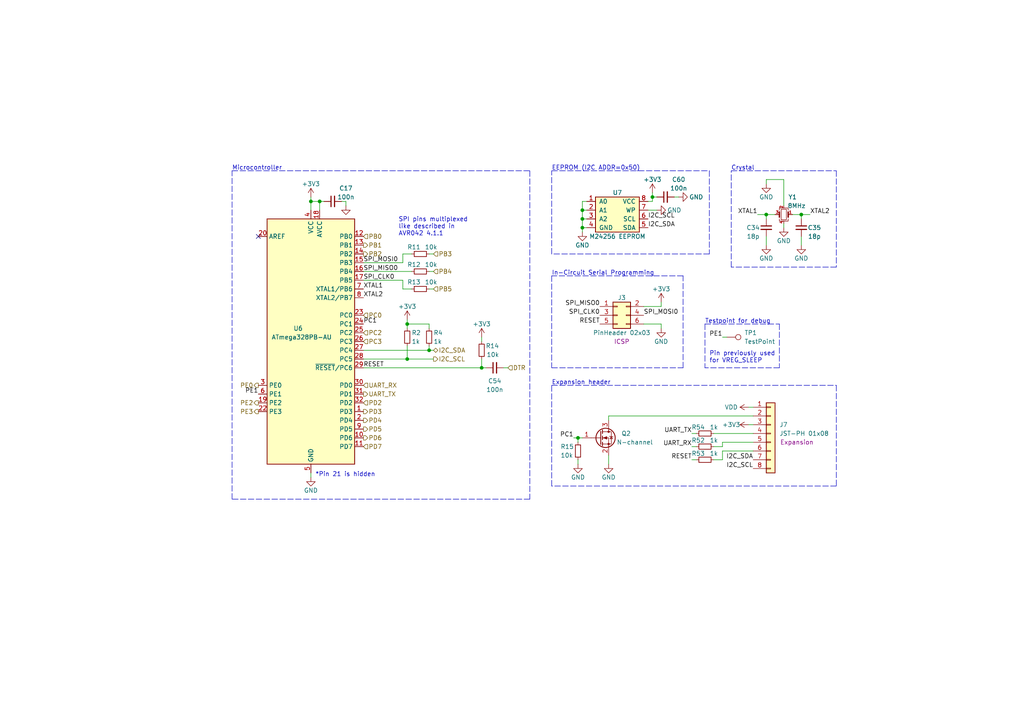
<source format=kicad_sch>
(kicad_sch (version 20211123) (generator eeschema)
  (paper "A4")
  (title_block (title "4x38W amp with DSP and BT") (date "2022-04-29") (rev "1.1.2") (company "ZOUDIO"))
  (lib_symbols
    (symbol "Connector:TestPoint" (pin_numbers hide) (pin_names (offset 0.762) hide)
      (property "Reference" "TP" (at 0 6.858 0))
      (property "Value" "TestPoint" (at 0 5.08 0))
      (symbol "TestPoint_0_1"
        (circle (center 0 3.302) (radius 0.762))
      )
      (symbol "TestPoint_1_1"
        (pin passive line (at 0 0 90) (length 2.54) (name "1") (number "1"))
      )
    )
    (symbol "Connector_Generic:Conn_01x08" (pin_names (offset 1.016) hide)
      (property "Reference" "J" (at 0 10.16 0))
      (property "Value" "Conn_01x08" (at 0 -12.7 0))
      (symbol "Conn_01x08_1_1"
        (rectangle (start -1.27 -10.033) (end 0 -10.287) (stroke (width 0.1524)))
        (rectangle (start -1.27 -7.493) (end 0 -7.747) (stroke (width 0.1524)))
        (rectangle (start -1.27 -4.953) (end 0 -5.207) (stroke (width 0.1524)))
        (rectangle (start -1.27 -2.413) (end 0 -2.667) (stroke (width 0.1524)))
        (rectangle (start -1.27 0.127) (end 0 -0.127) (stroke (width 0.1524)))
        (rectangle (start -1.27 2.667) (end 0 2.413) (stroke (width 0.1524)))
        (rectangle (start -1.27 5.207) (end 0 4.953) (stroke (width 0.1524)))
        (rectangle (start -1.27 7.747) (end 0 7.493) (stroke (width 0.1524)))
        (rectangle (start -1.27 8.89) (end 1.27 -11.43) (stroke (width 0.254)) (fill (type background)))
        (pin passive line (at -5.08 7.62 0) (length 3.81) (name "Pin_1") (number "1"))
        (pin passive line (at -5.08 5.08 0) (length 3.81) (name "Pin_2") (number "2"))
        (pin passive line (at -5.08 2.54 0) (length 3.81) (name "Pin_3") (number "3"))
        (pin passive line (at -5.08 0 0) (length 3.81) (name "Pin_4") (number "4"))
        (pin passive line (at -5.08 -2.54 0) (length 3.81) (name "Pin_5") (number "5"))
        (pin passive line (at -5.08 -5.08 0) (length 3.81) (name "Pin_6") (number "6"))
        (pin passive line (at -5.08 -7.62 0) (length 3.81) (name "Pin_7") (number "7"))
        (pin passive line (at -5.08 -10.16 0) (length 3.81) (name "Pin_8") (number "8"))
      )
    )
    (symbol "Connector_Generic:Conn_02x03_Odd_Even" (pin_names (offset 1.016) hide)
      (property "Reference" "J" (at 1.27 5.08 0))
      (property "Value" "Conn_02x03_Odd_Even" (at 1.27 -5.08 0))
      (symbol "Conn_02x03_Odd_Even_1_1"
        (rectangle (start -1.27 -2.413) (end 0 -2.667) (stroke (width 0.1524)))
        (rectangle (start -1.27 0.127) (end 0 -0.127) (stroke (width 0.1524)))
        (rectangle (start -1.27 2.667) (end 0 2.413) (stroke (width 0.1524)))
        (rectangle (start -1.27 3.81) (end 3.81 -3.81) (stroke (width 0.254)) (fill (type background)))
        (rectangle (start 3.81 -2.413) (end 2.54 -2.667) (stroke (width 0.1524)))
        (rectangle (start 3.81 0.127) (end 2.54 -0.127) (stroke (width 0.1524)))
        (rectangle (start 3.81 2.667) (end 2.54 2.413) (stroke (width 0.1524)))
        (pin passive line (at -5.08 2.54 0) (length 3.81) (name "Pin_1") (number "1"))
        (pin passive line (at 7.62 2.54 180) (length 3.81) (name "Pin_2") (number "2"))
        (pin passive line (at -5.08 0 0) (length 3.81) (name "Pin_3") (number "3"))
        (pin passive line (at 7.62 0 180) (length 3.81) (name "Pin_4") (number "4"))
        (pin passive line (at -5.08 -2.54 0) (length 3.81) (name "Pin_5") (number "5"))
        (pin passive line (at 7.62 -2.54 180) (length 3.81) (name "Pin_6") (number "6"))
      )
    )
    (symbol "Device:C_Small" (pin_numbers hide) (pin_names (offset 0.254) hide)
      (property "Reference" "C" (at 0.254 1.778 0))
      (property "Value" "C_Small" (at 0.254 -2.032 0))
      (symbol "C_Small_0_1"
        (polyline (pts (xy -1.524 -0.508) (xy 1.524 -0.508)) (stroke (width 0.3302)))
        (polyline (pts (xy -1.524 0.508) (xy 1.524 0.508)) (stroke (width 0.3048)))
      )
      (symbol "C_Small_1_1"
        (pin passive line (at 0 2.54 270) (length 2.032) (name "~") (number "1"))
        (pin passive line (at 0 -2.54 90) (length 2.032) (name "~") (number "2"))
      )
    )
    (symbol "Device:Crystal_GND24_Small" (pin_names (offset 1.016) hide)
      (property "Reference" "Y" (at 1.27 4.445 0))
      (property "Value" "Crystal_GND24_Small" (at 1.27 2.54 0))
      (symbol "Crystal_GND24_Small_0_1"
        (rectangle (start -0.762 -1.524) (end 0.762 1.524))
        (polyline (pts (xy -1.27 -0.762) (xy -1.27 0.762)) (stroke (width 0.381)))
        (polyline (pts (xy 1.27 -0.762) (xy 1.27 0.762)) (stroke (width 0.381)))
        (polyline (pts (xy -1.27 -1.27) (xy -1.27 -1.905) (xy 1.27 -1.905) (xy 1.27 -1.27)))
        (polyline (pts (xy -1.27 1.27) (xy -1.27 1.905) (xy 1.27 1.905) (xy 1.27 1.27)))
      )
      (symbol "Crystal_GND24_Small_1_1"
        (pin passive line (at -2.54 0 0) (length 1.27) (name "1") (number "1"))
        (pin passive line (at 0 -2.54 90) (length 0.635) (name "2") (number "2"))
        (pin passive line (at 2.54 0 180) (length 1.27) (name "3") (number "3"))
        (pin passive line (at 0 2.54 270) (length 0.635) (name "4") (number "4"))
      )
    )
    (symbol "Device:Q_NMOS_GSD" (pin_names (offset 0) hide)
      (property "Reference" "Q" (at 5.08 1.27 0))
      (property "Value" "Q_NMOS_GSD" (at 5.08 -1.27 0))
      (symbol "Q_NMOS_GSD_0_1"
        (polyline (pts (xy 0.254 0) (xy -2.54 0)))
        (polyline (pts (xy 0.254 1.905) (xy 0.254 -1.905)) (stroke (width 0.254)))
        (polyline (pts (xy 0.762 -1.27) (xy 0.762 -2.286)) (stroke (width 0.254)))
        (polyline (pts (xy 0.762 0.508) (xy 0.762 -0.508)) (stroke (width 0.254)))
        (polyline (pts (xy 0.762 2.286) (xy 0.762 1.27)) (stroke (width 0.254)))
        (polyline (pts (xy 2.54 2.54) (xy 2.54 1.778)))
        (polyline (pts (xy 2.54 -2.54) (xy 2.54 0) (xy 0.762 0)))
        (polyline (pts (xy 0.762 -1.778) (xy 3.302 -1.778) (xy 3.302 1.778) (xy 0.762 1.778)))
        (polyline (pts (xy 1.016 0) (xy 2.032 0.381) (xy 2.032 -0.381) (xy 1.016 0)) (fill (type outline)))
        (polyline (pts (xy 2.794 0.508) (xy 2.921 0.381) (xy 3.683 0.381) (xy 3.81 0.254)))
        (polyline (pts (xy 3.302 0.381) (xy 2.921 -0.254) (xy 3.683 -0.254) (xy 3.302 0.381)))
        (circle (center 1.651 0) (radius 2.794) (stroke (width 0.254)))
        (circle (center 2.54 -1.778) (radius 0.254) (fill (type outline)))
        (circle (center 2.54 1.778) (radius 0.254) (fill (type outline)))
      )
      (symbol "Q_NMOS_GSD_1_1"
        (pin input line (at -5.08 0 0) (length 2.54) (name "G") (number "1"))
        (pin passive line (at 2.54 -5.08 90) (length 2.54) (name "S") (number "2"))
        (pin passive line (at 2.54 5.08 270) (length 2.54) (name "D") (number "3"))
      )
    )
    (symbol "Device:R_Small" (pin_numbers hide) (pin_names (offset 0.254) hide)
      (property "Reference" "R" (at 0.762 0.508 0))
      (property "Value" "R_Small" (at 0.762 -1.016 0))
      (symbol "R_Small_0_1"
        (rectangle (start -0.762 1.778) (end 0.762 -1.778) (stroke (width 0.2032)))
      )
      (symbol "R_Small_1_1"
        (pin passive line (at 0 2.54 270) (length 0.762) (name "~") (number "1"))
        (pin passive line (at 0 -2.54 90) (length 0.762) (name "~") (number "2"))
      )
    )
    (symbol "MCU_Microchip_ATmega:ATmega328PB-A"
      (property "Reference" "U" (at -12.7 36.83 0))
      (property "Value" "ATmega328PB-A" (at 2.54 -36.83 0))
      (symbol "ATmega328PB-A_0_1"
        (rectangle (start -12.7 -35.56) (end 12.7 35.56) (stroke (width 0.254)) (fill (type background)))
      )
      (symbol "ATmega328PB-A_1_1"
        (pin bidirectional line (at 15.24 -20.32 180) (length 2.54) (name "PD3") (number "1"))
        (pin bidirectional line (at 15.24 -27.94 180) (length 2.54) (name "PD6") (number "10"))
        (pin bidirectional line (at 15.24 -30.48 180) (length 2.54) (name "PD7") (number "11"))
        (pin bidirectional line (at 15.24 30.48 180) (length 2.54) (name "PB0") (number "12"))
        (pin bidirectional line (at 15.24 27.94 180) (length 2.54) (name "PB1") (number "13"))
        (pin bidirectional line (at 15.24 25.4 180) (length 2.54) (name "PB2") (number "14"))
        (pin bidirectional line (at 15.24 22.86 180) (length 2.54) (name "PB3") (number "15"))
        (pin bidirectional line (at 15.24 20.32 180) (length 2.54) (name "PB4") (number "16"))
        (pin bidirectional line (at 15.24 17.78 180) (length 2.54) (name "PB5") (number "17"))
        (pin power_in line (at 2.54 38.1 270) (length 2.54) (name "AVCC") (number "18"))
        (pin bidirectional line (at -15.24 -17.78 0) (length 2.54) (name "PE2") (number "19"))
        (pin bidirectional line (at 15.24 -22.86 180) (length 2.54) (name "PD4") (number "2"))
        (pin passive line (at -15.24 30.48 0) (length 2.54) (name "AREF") (number "20"))
        (pin passive line (at 0 -38.1 90) (length 2.54) hide (name "GND") (number "21"))
        (pin bidirectional line (at -15.24 -20.32 0) (length 2.54) (name "PE3") (number "22"))
        (pin bidirectional line (at 15.24 7.62 180) (length 2.54) (name "PC0") (number "23"))
        (pin bidirectional line (at 15.24 5.08 180) (length 2.54) (name "PC1") (number "24"))
        (pin bidirectional line (at 15.24 2.54 180) (length 2.54) (name "PC2") (number "25"))
        (pin bidirectional line (at 15.24 0 180) (length 2.54) (name "PC3") (number "26"))
        (pin bidirectional line (at 15.24 -2.54 180) (length 2.54) (name "PC4") (number "27"))
        (pin bidirectional line (at 15.24 -5.08 180) (length 2.54) (name "PC5") (number "28"))
        (pin bidirectional line (at 15.24 -7.62 180) (length 2.54) (name "~{RESET}/PC6") (number "29"))
        (pin bidirectional line (at -15.24 -12.7 0) (length 2.54) (name "PE0") (number "3"))
        (pin bidirectional line (at 15.24 -12.7 180) (length 2.54) (name "PD0") (number "30"))
        (pin bidirectional line (at 15.24 -15.24 180) (length 2.54) (name "PD1") (number "31"))
        (pin bidirectional line (at 15.24 -17.78 180) (length 2.54) (name "PD2") (number "32"))
        (pin power_in line (at 0 38.1 270) (length 2.54) (name "VCC") (number "4"))
        (pin power_in line (at 0 -38.1 90) (length 2.54) (name "GND") (number "5"))
        (pin bidirectional line (at -15.24 -15.24 0) (length 2.54) (name "PE1") (number "6"))
        (pin bidirectional line (at 15.24 15.24 180) (length 2.54) (name "XTAL1/PB6") (number "7"))
        (pin bidirectional line (at 15.24 12.7 180) (length 2.54) (name "XTAL2/PB7") (number "8"))
        (pin bidirectional line (at 15.24 -25.4 180) (length 2.54) (name "PD5") (number "9"))
      )
    )
    (symbol "power:+3V3" (power) (pin_names (offset 0))
      (property "Value" "+3V3" (at 0 3.556 0))
      (symbol "+3V3_0_1"
        (polyline (pts (xy -0.762 1.27) (xy 0 2.54)))
        (polyline (pts (xy 0 0) (xy 0 2.54)))
        (polyline (pts (xy 0 2.54) (xy 0.762 1.27)))
      )
      (symbol "+3V3_1_1"
        (pin power_in line (at 0 0 90) (length 0) hide (name "+3V3") (number "1"))
      )
    )
    (symbol "power:GND" (power) (pin_names (offset 0))
      (property "Value" "GND" (at 0 -3.81 0))
      (symbol "GND_0_1"
        (polyline (pts (xy 0 0) (xy 0 -1.27) (xy 1.27 -1.27) (xy 0 -2.54) (xy -1.27 -1.27) (xy 0 -1.27)))
      )
      (symbol "GND_1_1"
        (pin power_in line (at 0 0 270) (length 0) hide (name "GND") (number "1"))
      )
    )
    (symbol "power:VDD" (power) (pin_names (offset 0))
      (property "Value" "VDD" (at 0 3.81 0))
      (symbol "VDD_0_1"
        (polyline (pts (xy -0.762 1.27) (xy 0 2.54)))
        (polyline (pts (xy 0 0) (xy 0 2.54)))
        (polyline (pts (xy 0 2.54) (xy 0.762 1.27)))
      )
      (symbol "VDD_1_1"
        (pin power_in line (at 0 0 90) (length 0) hide (name "VDD") (number "1"))
      )
    )
    (symbol "zoudio_symbols:EEPROM_TSSOP" (pin_names (offset 1.016))
      (property "Reference" "U" (at 0 6.35 0))
      (property "Value" "EEPROM_TSSOP" (at 0 -6.35 0))
      (symbol "EEPROM_TSSOP_0_1"
        (rectangle (start -6.35 5.08) (end 6.35 -5.08) (stroke (width 0.254)) (fill (type background)))
      )
      (symbol "EEPROM_TSSOP_1_1"
        (pin input line (at -8.89 3.81 0) (length 2.54) (name "A0") (number "1"))
        (pin input line (at -8.89 1.27 0) (length 2.54) (name "A1") (number "2"))
        (pin input line (at -8.89 -1.27 0) (length 2.54) (name "A2") (number "3"))
        (pin input line (at -8.89 -3.81 0) (length 2.54) (name "GND") (number "4"))
        (pin input line (at 8.89 -3.81 180) (length 2.54) (name "SDA") (number "5"))
        (pin input line (at 8.89 -1.27 180) (length 2.54) (name "SCL") (number "6"))
        (pin input line (at 8.89 1.27 180) (length 2.54) (name "WP") (number "7"))
        (pin input line (at 8.89 3.81 180) (length 2.54) (name "VCC") (number "8"))
      )
    )
  )
  (junction (at 168.91 63.5))
  (junction (at 189.23 57.15))
  (junction (at 118.11 93.98))
  (junction (at 232.41 62.23))
  (junction (at 168.91 66.04))
  (junction (at 167.64 127))
  (junction (at 124.46 101.6))
  (junction (at 90.17 58.42))
  (junction (at 92.71 58.42))
  (junction (at 222.25 62.23))
  (junction (at 118.11 104.14))
  (junction (at 168.91 60.96))
  (junction (at 139.7 106.68))
  (no_connect (at 74.93 68.58))
  (wire (pts (xy 189.23 55.88) (xy 189.23 57.15)))
  (polyline (pts (xy 160.02 140.97) (xy 160.02 111.76)))
  (wire (pts (xy 125.73 101.6) (xy 124.46 101.6)))
  (polyline (pts (xy 160.02 106.68) (xy 198.12 106.68)))
  (wire (pts (xy 139.7 106.68) (xy 140.97 106.68)))
  (wire (pts (xy 189.23 57.15) (xy 189.23 58.42)))
  (polyline (pts (xy 204.47 93.98) (xy 204.47 106.68)))
  (wire (pts (xy 207.01 125.73) (xy 218.44 125.73)))
  (wire (pts (xy 218.44 123.19) (xy 217.17 123.19)))
  (wire (pts (xy 187.96 60.96) (xy 190.5 60.96)))
  (wire (pts (xy 166.37 127) (xy 167.64 127)))
  (wire (pts (xy 92.71 60.96) (xy 92.71 58.42)))
  (wire (pts (xy 176.53 132.08) (xy 176.53 134.62)))
  (wire (pts (xy 124.46 100.33) (xy 124.46 101.6)))
  (wire (pts (xy 118.11 93.98) (xy 124.46 93.98)))
  (wire (pts (xy 209.55 128.27) (xy 209.55 129.54)))
  (wire (pts (xy 105.41 81.28) (xy 116.84 81.28)))
  (wire (pts (xy 167.64 127) (xy 168.91 127)))
  (wire (pts (xy 218.44 130.81) (xy 209.55 130.81)))
  (wire (pts (xy 93.98 58.42) (xy 92.71 58.42)))
  (wire (pts (xy 118.11 93.98) (xy 118.11 95.25)))
  (wire (pts (xy 100.33 58.42) (xy 99.06 58.42)))
  (wire (pts (xy 186.69 88.9) (xy 191.77 88.9)))
  (wire (pts (xy 146.05 106.68) (xy 147.32 106.68)))
  (polyline (pts (xy 67.31 49.53) (xy 153.67 49.53)))
  (wire (pts (xy 222.25 52.07) (xy 222.25 53.34)))
  (wire (pts (xy 209.55 129.54) (xy 207.01 129.54)))
  (wire (pts (xy 116.84 81.28) (xy 116.84 83.82)))
  (wire (pts (xy 232.41 71.12) (xy 232.41 68.58)))
  (wire (pts (xy 209.55 97.79) (xy 210.82 97.79)))
  (wire (pts (xy 139.7 97.79) (xy 139.7 99.06)))
  (polyline (pts (xy 205.74 49.53) (xy 205.74 73.66)))
  (wire (pts (xy 176.53 121.92) (xy 176.53 120.65)))
  (wire (pts (xy 176.53 120.65) (xy 218.44 120.65)))
  (wire (pts (xy 119.38 78.74) (xy 105.41 78.74)))
  (wire (pts (xy 191.77 93.98) (xy 186.69 93.98)))
  (wire (pts (xy 100.33 59.69) (xy 100.33 58.42)))
  (wire (pts (xy 200.66 133.35) (xy 201.93 133.35)))
  (wire (pts (xy 90.17 137.16) (xy 90.17 138.43)))
  (wire (pts (xy 222.25 62.23) (xy 224.79 62.23)))
  (wire (pts (xy 227.33 52.07) (xy 222.25 52.07)))
  (wire (pts (xy 125.73 104.14) (xy 118.11 104.14)))
  (wire (pts (xy 124.46 93.98) (xy 124.46 95.25)))
  (wire (pts (xy 232.41 63.5) (xy 232.41 62.23)))
  (polyline (pts (xy 153.67 144.78) (xy 67.31 144.78)))
  (wire (pts (xy 222.25 62.23) (xy 222.25 63.5)))
  (wire (pts (xy 209.55 133.35) (xy 207.01 133.35)))
  (wire (pts (xy 189.23 58.42) (xy 187.96 58.42)))
  (polyline (pts (xy 160.02 49.53) (xy 205.74 49.53)))
  (wire (pts (xy 232.41 62.23) (xy 229.87 62.23)))
  (polyline (pts (xy 226.06 106.68) (xy 204.47 106.68)))
  (polyline (pts (xy 67.31 144.78) (xy 67.31 49.53)))
  (wire (pts (xy 168.91 66.04) (xy 168.91 67.31)))
  (wire (pts (xy 168.91 63.5) (xy 168.91 66.04)))
  (wire (pts (xy 105.41 76.2) (xy 116.84 76.2)))
  (wire (pts (xy 167.64 128.27) (xy 167.64 127)))
  (wire (pts (xy 168.91 58.42) (xy 168.91 60.96)))
  (polyline (pts (xy 160.02 80.01) (xy 160.02 106.68)))
  (polyline (pts (xy 205.74 73.66) (xy 160.02 73.66)))
  (wire (pts (xy 191.77 93.98) (xy 191.77 95.25)))
  (wire (pts (xy 118.11 92.71) (xy 118.11 93.98)))
  (polyline (pts (xy 242.57 140.97) (xy 160.02 140.97)))
  (wire (pts (xy 92.71 58.42) (xy 90.17 58.42)))
  (polyline (pts (xy 242.57 49.53) (xy 242.57 77.47)))
  (wire (pts (xy 168.91 63.5) (xy 168.91 60.96)))
  (wire (pts (xy 227.33 64.77) (xy 227.33 66.04)))
  (wire (pts (xy 105.41 101.6) (xy 124.46 101.6)))
  (polyline (pts (xy 226.06 93.98) (xy 226.06 106.68)))
  (wire (pts (xy 209.55 130.81) (xy 209.55 133.35)))
  (wire (pts (xy 90.17 58.42) (xy 90.17 60.96)))
  (wire (pts (xy 139.7 104.14) (xy 139.7 106.68)))
  (polyline (pts (xy 160.02 73.66) (xy 160.02 49.53)))
  (wire (pts (xy 105.41 106.68) (xy 139.7 106.68)))
  (polyline (pts (xy 160.02 111.76) (xy 242.57 111.76)))
  (wire (pts (xy 118.11 104.14) (xy 105.41 104.14)))
  (wire (pts (xy 125.73 73.66) (xy 124.46 73.66)))
  (wire (pts (xy 191.77 88.9) (xy 191.77 87.63)))
  (wire (pts (xy 200.66 129.54) (xy 201.93 129.54)))
  (polyline (pts (xy 212.09 77.47) (xy 212.09 49.53)))
  (polyline (pts (xy 204.47 93.98) (xy 226.06 93.98)))
  (polyline (pts (xy 153.67 49.53) (xy 153.67 144.78)))
  (wire (pts (xy 116.84 73.66) (xy 119.38 73.66)))
  (wire (pts (xy 118.11 100.33) (xy 118.11 104.14)))
  (wire (pts (xy 200.66 125.73) (xy 201.93 125.73)))
  (wire (pts (xy 218.44 128.27) (xy 209.55 128.27)))
  (wire (pts (xy 125.73 83.82) (xy 124.46 83.82)))
  (wire (pts (xy 125.73 78.74) (xy 124.46 78.74)))
  (polyline (pts (xy 198.12 106.68) (xy 198.12 80.01)))
  (wire (pts (xy 116.84 83.82) (xy 119.38 83.82)))
  (wire (pts (xy 170.18 66.04) (xy 168.91 66.04)))
  (wire (pts (xy 222.25 71.12) (xy 222.25 68.58)))
  (wire (pts (xy 227.33 52.07) (xy 227.33 59.69)))
  (wire (pts (xy 217.17 118.11) (xy 218.44 118.11)))
  (polyline (pts (xy 212.09 49.53) (xy 242.57 49.53)))
  (wire (pts (xy 116.84 76.2) (xy 116.84 73.66)))
  (polyline (pts (xy 242.57 77.47) (xy 212.09 77.47)))
  (wire (pts (xy 167.64 133.35) (xy 167.64 134.62)))
  (wire (pts (xy 219.71 62.23) (xy 222.25 62.23)))
  (wire (pts (xy 168.91 60.96) (xy 170.18 60.96)))
  (wire (pts (xy 234.95 62.23) (xy 232.41 62.23)))
  (wire (pts (xy 195.58 57.15) (xy 196.85 57.15)))
  (polyline (pts (xy 198.12 80.01) (xy 160.02 80.01)))
  (polyline (pts (xy 242.57 111.76) (xy 242.57 140.97)))
  (wire (pts (xy 170.18 58.42) (xy 168.91 58.42)))
  (wire (pts (xy 170.18 63.5) (xy 168.91 63.5)))
  (wire (pts (xy 189.23 57.15) (xy 190.5 57.15)))
  (wire (pts (xy 90.17 58.42) (xy 90.17 57.15)))
  (text "Microcontroller" (at 67.31 49.53 0) (effects (font (size 1.27 1.27)) (justify left bottom)))
  (text "EEPROM (I2C ADDR=0x50)" (at 160.02 49.53 0) (effects (font (size 1.27 1.27)) (justify left bottom)))
  (text "Testpoint for debug" (at 204.47 93.98 0) (effects (font (size 1.27 1.27)) (justify left bottom)))
  (text "Expansion header" (at 160.02 111.76 0) (effects (font (size 1.27 1.27)) (justify left bottom)))
  (text "Pin previously used \nfor VREG_SLEEP" (at 205.74 105.41 0) (effects (font (size 1.27 1.27)) (justify left bottom)))
  (text "In-Circuit Serial Programming" (at 160.02 80.01 0) (effects (font (size 1.27 1.27)) (justify left bottom)))
  (text "SPI pins multiplexed \nlike described in \nAVR042 4.1.1" (at 115.57 68.58 0) (effects (font (size 1.27 1.27)) (justify left bottom)))
  (text "Crystal" (at 212.09 49.53 0) (effects (font (size 1.27 1.27)) (justify left bottom)))
  (text "*Pin 21 is hidden" (at 91.44 138.43 0) (effects (font (size 1.27 1.27)) (justify left bottom)))
  (label "RESET" (at 173.99 93.98 180))
  (label "PC1" (at 166.37 127 180))
  (label "I2C_SCL" (at 187.96 63.5 0))
  (label "PE1" (at 74.93 114.3 180))
  (label "RESET" (at 200.66 133.35 180))
  (label "SPI_CLK0" (at 173.99 91.44 180))
  (label "SPI_MISO0" (at 105.41 78.74 0))
  (label "UART_RX" (at 200.66 129.54 180))
  (label "SPI_MOSI0" (at 105.41 76.2 0))
  (label "I2C_SDA" (at 218.44 133.35 180))
  (label "SPI_MISO0" (at 173.99 88.9 180))
  (label "PE1" (at 209.55 97.79 180))
  (label "I2C_SCL" (at 218.44 135.89 180))
  (label "SPI_MOSI0" (at 186.69 91.44 0))
  (label "RESET" (at 105.41 106.68 0))
  (label "XTAL1" (at 105.41 83.82 0))
  (label "SPI_CLK0" (at 105.41 81.28 0))
  (label "I2C_SDA" (at 187.96 66.04 0))
  (label "XTAL2" (at 105.41 86.36 0))
  (label "UART_TX" (at 200.66 125.73 180))
  (label "XTAL2" (at 234.95 62.23 0))
  (label "XTAL1" (at 219.71 62.23 180))
  (label "PC1" (at 105.41 93.98 0))
  (hierarchical_label "PD7" (shape input) (at 105.41 129.54 0))
  (hierarchical_label "PB0" (shape input) (at 105.41 68.58 0))
  (hierarchical_label "PB5" (shape input) (at 125.73 83.82 0))
  (hierarchical_label "PE3" (shape output) (at 74.93 119.38 180))
  (hierarchical_label "PB1" (shape output) (at 105.41 71.12 0))
  (hierarchical_label "PC3" (shape input) (at 105.41 99.06 0))
  (hierarchical_label "PD2" (shape input) (at 105.41 116.84 0))
  (hierarchical_label "PC0" (shape input) (at 105.41 91.44 0))
  (hierarchical_label "UART_RX" (shape input) (at 105.41 111.76 0))
  (hierarchical_label "PB3" (shape input) (at 125.73 73.66 0))
  (hierarchical_label "PD6" (shape output) (at 105.41 127 0))
  (hierarchical_label "PD3" (shape output) (at 105.41 119.38 0))
  (hierarchical_label "DTR" (shape input) (at 147.32 106.68 0))
  (hierarchical_label "PD5" (shape output) (at 105.41 124.46 0))
  (hierarchical_label "PE2" (shape output) (at 74.93 116.84 180))
  (hierarchical_label "I2C_SCL" (shape output) (at 125.73 104.14 0))
  (hierarchical_label "PE0" (shape output) (at 74.93 111.76 180))
  (hierarchical_label "PD4" (shape output) (at 105.41 121.92 0))
  (hierarchical_label "PB2" (shape output) (at 105.41 73.66 0))
  (hierarchical_label "UART_TX" (shape output) (at 105.41 114.3 0))
  (hierarchical_label "PC2" (shape input) (at 105.41 96.52 0))
  (hierarchical_label "PB4" (shape input) (at 125.73 78.74 0))
  (hierarchical_label "I2C_SDA" (shape bidirectional) (at 125.73 101.6 0))
  (symbol (lib_id "Connector_Generic:Conn_01x08") (at 223.52 125.73 0) (unit 1)
    (property "Reference" "J7" (at 226.06 123.19 0) (effects (justify left)))
    (property "Value" "JST-PH 01x08" (at 226.06 125.73 0) (effects (justify left)))
    (property "Footprint" "Connector_JST:JST_PH_B8B-PH-K_1x08_P2.00mm_Vertical" (effects hide))
    (property "Function" "Expansion" (at 231.14 128.27 0))
    (property "Manufacturer" "JST" (effects hide))
    (property "Partnumber" "B8B-PH-K-S(LF)(SN)" (effects hide))
  )
  (symbol (lib_id "power:+3V3") (at 217.17 123.19 90) (unit 1)
    (property "Reference" "#PWR0155" (effects hide))
    (property "Value" "+3V3" (at 212.09 123.19 90))
  )
  (symbol (lib_id "power:VDD") (at 217.17 118.11 90) (unit 1)
    (property "Reference" "#PWR0154" (effects hide))
    (property "Value" "VDD" (at 212.09 118.11 90))
  )
  (symbol (lib_id "Device:R_Small") (at 167.64 130.81 0) (unit 1)
    (property "Reference" "R15" (at 162.56 129.54 0) (effects (justify left)))
    (property "Value" "10k" (at 162.56 132.08 0) (effects (justify left)))
    (property "Footprint" "Resistor_SMD:R_0603_1608Metric" (effects hide))
    (property "Manufacturer" "Yageo" (effects hide))
    (property "Partnumber" "RC0603FR-0710KL" (effects hide))
  )
  (symbol (lib_id "Device:R_Small") (at 121.92 83.82 270) (unit 1)
    (property "Reference" "R13" (at 118.11 82.55 90) (effects (justify left bottom)))
    (property "Value" "10k" (at 123.19 82.55 90) (effects (justify left bottom)))
    (property "Footprint" "Resistor_SMD:R_0603_1608Metric" (effects hide))
    (property "Manufacturer" "Yageo" (effects hide))
    (property "Partnumber" "RC0603FR-0710KL" (effects hide))
  )
  (symbol (lib_id "power:+3V3") (at 90.17 57.15 0) (unit 1)
    (property "Reference" "#PWR0143" (effects hide))
    (property "Value" "+3V3" (at 90.17 53.34 0))
  )
  (symbol (lib_id "Device:C_Small") (at 96.52 58.42 90) (unit 1)
    (property "Reference" "C17" (at 100.33 54.61 90))
    (property "Value" "100n" (at 100.33 57.15 90))
    (property "Footprint" "Capacitor_SMD:C_0603_1608Metric" (effects hide))
    (property "Manufacturer" "Murata" (effects hide))
    (property "Partnumber" "GCM188L81H104KA57D" (effects hide))
  )
  (symbol (lib_id "power:GND") (at 100.33 59.69 0) (unit 1)
    (property "Reference" "#PWR0144" (effects hide))
    (property "Value" "GND" (effects hide))
  )
  (symbol (lib_id "zoudio_symbols:EEPROM_TSSOP") (at 179.07 62.23 0) (unit 1)
    (property "Reference" "U7" (at 179.07 55.88 0))
    (property "Value" "M24256 EEPROM" (at 179.07 68.58 0))
    (property "Footprint" "Package_SO:TSSOP-8_4.4x3mm_P0.65mm" (effects hide))
    (property "Manufacturer" "ST" (effects hide))
    (property "Partnumber" "M24256-BRDW6TP" (effects hide))
  )
  (symbol (lib_id "power:+3V3") (at 189.23 55.88 0) (unit 1)
    (property "Reference" "#PWR0148" (effects hide))
    (property "Value" "+3V3" (at 189.23 52.07 0))
  )
  (symbol (lib_id "Device:R_Small") (at 118.11 97.79 0) (unit 1)
    (property "Reference" "R2" (at 119.38 96.52 0) (effects (justify left)))
    (property "Value" "1k" (at 119.38 99.06 0) (effects (justify left)))
    (property "Footprint" "Resistor_SMD:R_0603_1608Metric" (effects hide))
    (property "Manufacturer" "Yageo" (effects hide))
    (property "Partnumber" "RC0603FR-071KL" (effects hide))
  )
  (symbol (lib_id "Device:R_Small") (at 124.46 97.79 0) (unit 1)
    (property "Reference" "R4" (at 125.73 96.52 0) (effects (justify left)))
    (property "Value" "1k" (at 125.73 99.06 0) (effects (justify left)))
    (property "Footprint" "Resistor_SMD:R_0603_1608Metric" (effects hide))
    (property "Manufacturer" "Yageo" (effects hide))
    (property "Partnumber" "RC0603FR-071KL" (effects hide))
  )
  (symbol (lib_id "power:+3V3") (at 118.11 92.71 0) (unit 1)
    (property "Reference" "#PWR0149" (effects hide))
    (property "Value" "+3V3" (at 118.11 88.9 0))
  )
  (symbol (lib_id "Connector_Generic:Conn_02x03_Odd_Even") (at 179.07 91.44 0) (unit 1)
    (property "Reference" "J3" (at 180.34 86.36 0))
    (property "Value" "PinHeader 02x03" (at 180.34 96.52 0))
    (property "Footprint" "Connector_PinHeader_2.54mm:PinHeader_2x03_P2.54mm_Vertical" (effects hide))
    (property "Function" "ICSP" (at 180.34 99.06 0))
    (property "Manufacturer" "Metz" (effects hide))
    (property "Partnumber" "PR20203VBDN" (effects hide))
  )
  (symbol (lib_id "power:+3V3") (at 191.77 87.63 0) (unit 1)
    (property "Reference" "#PWR0151" (effects hide))
    (property "Value" "+3V3" (at 191.77 83.82 0))
  )
  (symbol (lib_id "Device:C_Small") (at 143.51 106.68 90) (unit 1)
    (property "Reference" "C54" (at 143.51 110.49 90))
    (property "Value" "100n" (at 143.51 113.03 90))
    (property "Footprint" "Capacitor_SMD:C_0603_1608Metric" (effects hide))
    (property "Manufacturer" "Murata" (effects hide))
    (property "Partnumber" "GCM188L81H104KA57D" (effects hide))
  )
  (symbol (lib_id "Device:R_Small") (at 139.7 101.6 180) (unit 1)
    (property "Reference" "R14" (at 144.78 100.33 0) (effects (justify left)))
    (property "Value" "10k" (at 144.78 102.87 0) (effects (justify left)))
    (property "Footprint" "Resistor_SMD:R_0603_1608Metric" (effects hide))
    (property "Manufacturer" "Yageo" (effects hide))
    (property "Partnumber" "RC0603FR-0710KL" (effects hide))
  )
  (symbol (lib_id "power:+3V3") (at 139.7 97.79 0) (unit 1)
    (property "Reference" "#PWR0152" (effects hide))
    (property "Value" "+3V3" (at 139.7 93.98 0))
  )
  (symbol (lib_id "Device:Crystal_GND24_Small") (at 227.33 62.23 180) (unit 1)
    (property "Reference" "Y1" (at 231.14 57.15 0) (effects (justify left)))
    (property "Value" "8MHz" (at 233.68 59.69 0) (effects (justify left)))
    (property "Footprint" "Crystal:Crystal_SMD_Abracon_ABM3C-4Pin_5.0x3.2mm" (effects hide))
    (property "Manufacturer" "ECS" (effects hide))
    (property "Partnumber" "ECS-80-18-30B-AGN-TR" (effects hide))
  )
  (symbol (lib_id "Device:C_Small") (at 222.25 66.04 0) (unit 1)
    (property "Reference" "C34" (at 218.44 66.04 0))
    (property "Value" "18p" (at 218.44 68.58 0))
    (property "Footprint" "Capacitor_SMD:C_0603_1608Metric" (effects hide))
    (property "Manufacturer" "Walsin" (effects hide))
    (property "Partnumber" "C0603C180K8GACTU" (effects hide))
  )
  (symbol (lib_id "Device:C_Small") (at 232.41 66.04 0) (unit 1)
    (property "Reference" "C35" (at 236.22 66.04 0))
    (property "Value" "18p" (at 236.22 68.58 0))
    (property "Footprint" "Capacitor_SMD:C_0603_1608Metric" (effects hide))
    (property "Manufacturer" "Walsin" (effects hide))
    (property "Partnumber" "C0603C180K8GACTU" (effects hide))
  )
  (symbol (lib_id "Device:Q_NMOS_GSD") (at 173.99 127 0) (unit 1)
    (property "Reference" "Q2" (at 181.61 125.73 0))
    (property "Value" "N-channel" (at 184.15 128.27 0))
    (property "Footprint" "Package_TO_SOT_SMD:SOT-23" (effects hide))
    (property "Manufacturer" "Vishay" (effects hide))
    (property "Partnumber" "SI2316BDS-T1-GE3" (effects hide))
  )
  (symbol (lib_id "Device:C_Small") (at 193.04 57.15 90) (unit 1)
    (property "Reference" "C60" (at 196.85 52.07 90))
    (property "Value" "100n" (at 196.85 54.61 90))
    (property "Footprint" "Capacitor_SMD:C_0603_1608Metric" (effects hide))
    (property "Manufacturer" "Murata" (effects hide))
    (property "Partnumber" "GCM188L81H104KA57D" (effects hide))
  )
  (symbol (lib_id "power:GND") (at 196.85 57.15 90) (unit 1)
    (property "Reference" "#PWR0174" (effects hide))
    (property "Value" "GND" (at 201.93 57.15 90))
  )
  (symbol (lib_id "Device:R_Small") (at 204.47 125.73 90) (unit 1)
    (property "Reference" "R54" (at 204.47 123.19 90) (effects (justify left bottom)))
    (property "Value" "1k" (at 208.28 123.19 90) (effects (justify left bottom)))
    (property "Footprint" "Resistor_SMD:R_0603_1608Metric" (effects hide))
    (property "Manufacturer" "Yageo" (effects hide))
    (property "Partnumber" "RC0603FR-071KL" (effects hide))
  )
  (symbol (lib_id "Device:R_Small") (at 204.47 129.54 90) (unit 1)
    (property "Reference" "R52" (at 204.47 127 90) (effects (justify left bottom)))
    (property "Value" "1k" (at 208.28 127 90) (effects (justify left bottom)))
    (property "Footprint" "Resistor_SMD:R_0603_1608Metric" (effects hide))
    (property "Manufacturer" "Yageo" (effects hide))
    (property "Partnumber" "RC0603FR-071KL" (effects hide))
  )
  (symbol (lib_id "Device:R_Small") (at 204.47 133.35 90) (unit 1)
    (property "Reference" "R53" (at 204.47 130.81 90) (effects (justify left bottom)))
    (property "Value" "1k" (at 208.28 130.81 90) (effects (justify left bottom)))
    (property "Footprint" "Resistor_SMD:R_0603_1608Metric" (effects hide))
    (property "Manufacturer" "Yageo" (effects hide))
    (property "Partnumber" "RC0603FR-071KL" (effects hide))
  )
  (symbol (lib_id "Device:R_Small") (at 121.92 78.74 270) (unit 1)
    (property "Reference" "R12" (at 118.11 77.47 90) (effects (justify left bottom)))
    (property "Value" "10k" (at 123.19 77.47 90) (effects (justify left bottom)))
    (property "Footprint" "Resistor_SMD:R_0603_1608Metric" (effects hide))
    (property "Manufacturer" "Yageo" (effects hide))
    (property "Partnumber" "RC0603FR-0710KL" (effects hide))
  )
  (symbol (lib_id "Device:R_Small") (at 121.92 73.66 270) (unit 1)
    (property "Reference" "R11" (at 118.11 72.39 90) (effects (justify left bottom)))
    (property "Value" "10k" (at 123.19 72.39 90) (effects (justify left bottom)))
    (property "Footprint" "Resistor_SMD:R_0603_1608Metric" (effects hide))
    (property "Manufacturer" "Yageo" (effects hide))
    (property "Partnumber" "RC0603FR-0710KL" (effects hide))
  )
  (symbol (lib_id "power:GND") (at 232.41 71.12 0) (unit 1)
    (property "Reference" "#PWR0156" (effects hide))
    (property "Value" "GND" (at 232.41 74.93 0))
  )
  (symbol (lib_id "power:GND") (at 222.25 71.12 0) (unit 1)
    (property "Reference" "#PWR0153" (effects hide))
    (property "Value" "GND" (at 222.25 74.93 0))
  )
  (symbol (lib_id "power:GND") (at 222.25 53.34 0) (unit 1)
    (property "Reference" "#PWR0150" (effects hide))
    (property "Value" "GND" (at 222.25 57.15 0))
  )
  (symbol (lib_id "power:GND") (at 227.33 66.04 0) (unit 1)
    (property "Reference" "#PWR0157" (effects hide))
    (property "Value" "GND" (at 227.33 69.85 0))
  )
  (symbol (lib_id "power:GND") (at 190.5 60.96 90) (unit 1)
    (property "Reference" "#PWR0158" (effects hide))
    (property "Value" "GND" (at 195.58 60.96 90))
  )
  (symbol (lib_id "power:GND") (at 168.91 67.31 0) (unit 1)
    (property "Reference" "#PWR0159" (effects hide))
    (property "Value" "GND" (at 168.91 71.12 0))
  )
  (symbol (lib_id "power:GND") (at 191.77 95.25 0) (unit 1)
    (property "Reference" "#PWR0160" (effects hide))
    (property "Value" "GND" (at 191.77 99.06 0))
  )
  (symbol (lib_id "power:GND") (at 167.64 134.62 0) (unit 1)
    (property "Reference" "#PWR0163" (effects hide))
    (property "Value" "GND" (at 167.64 138.43 0))
  )
  (symbol (lib_id "power:GND") (at 176.53 134.62 0) (unit 1)
    (property "Reference" "#PWR0164" (effects hide))
    (property "Value" "GND" (at 176.53 138.43 0))
  )
  (symbol (lib_id "power:GND") (at 90.17 138.43 0) (unit 1)
    (property "Reference" "#PWR0165" (effects hide))
    (property "Value" "GND" (at 90.17 142.24 0))
  )
  (symbol (lib_id "MCU_Microchip_ATmega:ATmega328PB-A") (at 90.17 99.06 0) (unit 1)
    (property "Reference" "U6" (at 85.09 95.25 0) (effects (justify left)))
    (property "Value" "ATmega328PB-AU" (at 78.74 97.79 0) (effects (justify left)))
    (property "Footprint" "Package_QFP:TQFP-32_7x7mm_P0.8mm" (effects hide))
    (property "Datasheet" "http://ww1.microchip.com/downloads/en/DeviceDoc/40001906C.pdf" (effects hide))
    (property "Manufacturer" "Microchip" (effects hide))
    (property "Partnumber" "ATMEGA328PB-AU" (effects hide))
  )
  (symbol (lib_id "Connector:TestPoint") (at 210.82 97.79 270) (unit 1)
    (property "Reference" "TP1" (at 215.9 96.5199 90) (effects (justify left)))
    (property "Value" "TestPoint" (at 215.9 99.0599 90) (effects (justify left)))
    (property "Footprint" "TestPoint:TestPoint_Pad_D1.0mm" (effects hide))
    (property "Config" "dnp" (effects hide))
  )
)
</source>
